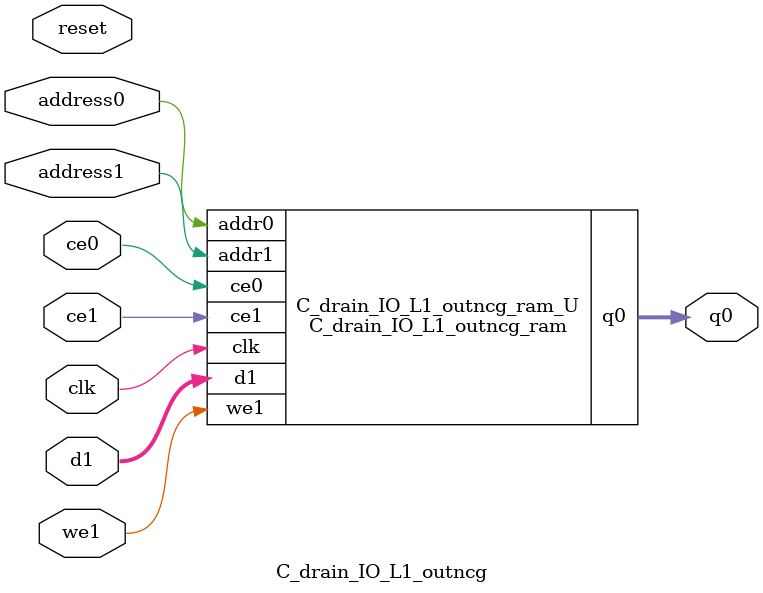
<source format=v>
`timescale 1 ns / 1 ps
module C_drain_IO_L1_outncg_ram (addr0, ce0, q0, addr1, ce1, d1, we1,  clk);

parameter DWIDTH = 64;
parameter AWIDTH = 1;
parameter MEM_SIZE = 2;

input[AWIDTH-1:0] addr0;
input ce0;
output reg[DWIDTH-1:0] q0;
input[AWIDTH-1:0] addr1;
input ce1;
input[DWIDTH-1:0] d1;
input we1;
input clk;

(* ram_style = "distributed" *)reg [DWIDTH-1:0] ram[0:MEM_SIZE-1];




always @(posedge clk)  
begin 
    if (ce0) begin
        q0 <= ram[addr0];
    end
end


always @(posedge clk)  
begin 
    if (ce1) begin
        if (we1) 
            ram[addr1] <= d1; 
    end
end


endmodule

`timescale 1 ns / 1 ps
module C_drain_IO_L1_outncg(
    reset,
    clk,
    address0,
    ce0,
    q0,
    address1,
    ce1,
    we1,
    d1);

parameter DataWidth = 32'd64;
parameter AddressRange = 32'd2;
parameter AddressWidth = 32'd1;
input reset;
input clk;
input[AddressWidth - 1:0] address0;
input ce0;
output[DataWidth - 1:0] q0;
input[AddressWidth - 1:0] address1;
input ce1;
input we1;
input[DataWidth - 1:0] d1;



C_drain_IO_L1_outncg_ram C_drain_IO_L1_outncg_ram_U(
    .clk( clk ),
    .addr0( address0 ),
    .ce0( ce0 ),
    .q0( q0 ),
    .addr1( address1 ),
    .ce1( ce1 ),
    .we1( we1 ),
    .d1( d1 ));

endmodule


</source>
